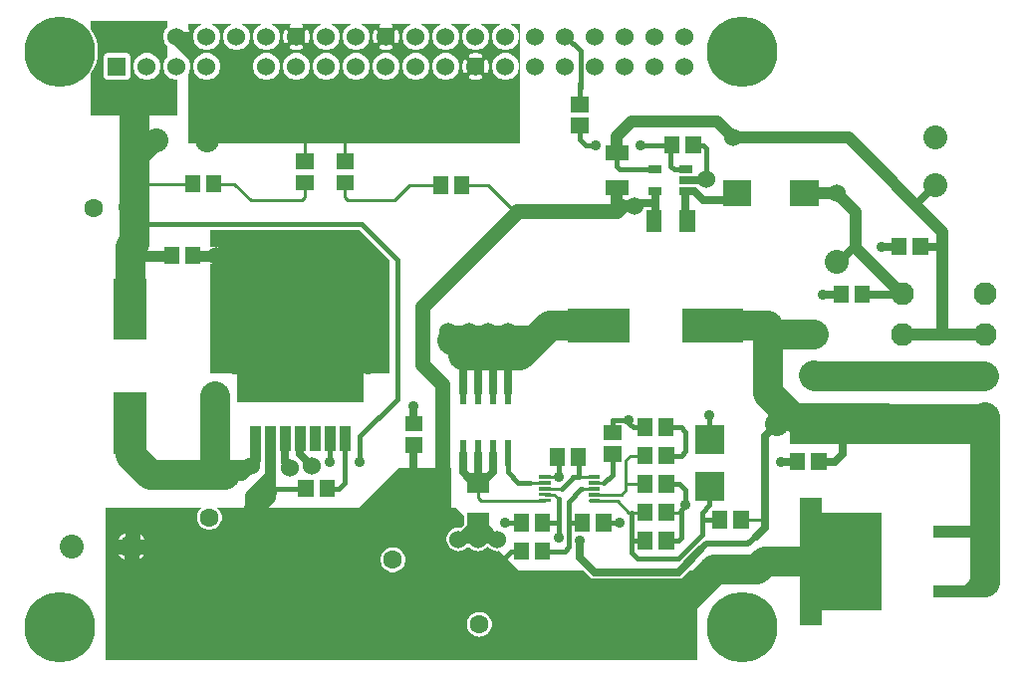
<source format=gbr>
G04 start of page 2 for group 0 idx 0 *
G04 Title: RspPiPS, top *
G04 Creator: pcb 4.2.0 *
G04 CreationDate: Mon Jan 27 09:10:50 2020 UTC *
G04 For: brian *
G04 Format: Gerber/RS-274X *
G04 PCB-Dimensions (mil): 10000.00 10000.00 *
G04 PCB-Coordinate-Origin: lower left *
%MOIN*%
%FSLAX25Y25*%
%LNTOP*%
%ADD30C,0.0380*%
%ADD29C,0.0354*%
%ADD28C,0.0453*%
%ADD27C,0.1063*%
%ADD26C,0.0350*%
%ADD25C,0.0120*%
%ADD24C,0.0600*%
%ADD23C,0.0630*%
%ADD22C,0.0800*%
%ADD21C,0.0768*%
%ADD20C,0.2362*%
%ADD19C,0.0200*%
%ADD18C,0.0360*%
%ADD17C,0.0150*%
%ADD16C,0.0100*%
%ADD15C,0.0500*%
%ADD14C,0.0250*%
%ADD13C,0.1000*%
%ADD12C,0.0400*%
%ADD11C,0.0001*%
G54D11*G36*
X184693Y772000D02*X191500D01*
Y769982D01*
X191048Y769453D01*
X190678Y768849D01*
X190407Y768195D01*
X190242Y767506D01*
X190186Y766800D01*
X190242Y766094D01*
X190407Y765405D01*
X190678Y764751D01*
X191048Y764147D01*
X191500Y763618D01*
Y759982D01*
X191048Y759453D01*
X190678Y758849D01*
X190407Y758195D01*
X190242Y757506D01*
X190186Y756800D01*
X190242Y756094D01*
X190407Y755405D01*
X190678Y754751D01*
X191048Y754147D01*
X191508Y753608D01*
X192047Y753148D01*
X192651Y752778D01*
X193305Y752507D01*
X193994Y752342D01*
X194700Y752286D01*
X194713Y752287D01*
X195000Y752000D01*
Y740500D01*
X184693D01*
Y752287D01*
X184700Y752286D01*
X185406Y752342D01*
X186095Y752507D01*
X186749Y752778D01*
X187353Y753148D01*
X187892Y753608D01*
X188352Y754147D01*
X188722Y754751D01*
X188993Y755405D01*
X189158Y756094D01*
X189200Y756800D01*
X189158Y757506D01*
X188993Y758195D01*
X188722Y758849D01*
X188352Y759453D01*
X187892Y759992D01*
X187353Y760452D01*
X186749Y760822D01*
X186095Y761093D01*
X185406Y761258D01*
X184700Y761314D01*
X184693Y761313D01*
Y772000D01*
G37*
G36*
X174700D02*X184693D01*
Y761313D01*
X183994Y761258D01*
X183305Y761093D01*
X182651Y760822D01*
X182047Y760452D01*
X181508Y759992D01*
X181048Y759453D01*
X180678Y758849D01*
X180407Y758195D01*
X180242Y757506D01*
X180186Y756800D01*
X180242Y756094D01*
X180407Y755405D01*
X180678Y754751D01*
X181048Y754147D01*
X181508Y753608D01*
X182047Y753148D01*
X182651Y752778D01*
X183305Y752507D01*
X183994Y752342D01*
X184693Y752287D01*
Y740500D01*
X174700D01*
Y752307D01*
X177935Y752314D01*
X178165Y752369D01*
X178383Y752459D01*
X178584Y752583D01*
X178764Y752736D01*
X178917Y752916D01*
X179041Y753117D01*
X179131Y753335D01*
X179186Y753565D01*
X179200Y753800D01*
X179186Y760035D01*
X179131Y760265D01*
X179041Y760483D01*
X178917Y760684D01*
X178764Y760864D01*
X178584Y761017D01*
X178383Y761141D01*
X178165Y761231D01*
X177935Y761286D01*
X177700Y761300D01*
X174700Y761293D01*
Y772000D01*
G37*
G36*
X166000D02*X174700D01*
Y761293D01*
X171465Y761286D01*
X171235Y761231D01*
X171017Y761141D01*
X170816Y761017D01*
X170636Y760864D01*
X170483Y760684D01*
X170359Y760483D01*
X170269Y760265D01*
X170214Y760035D01*
X170200Y759800D01*
X170214Y753565D01*
X170269Y753335D01*
X170359Y753117D01*
X170483Y752916D01*
X170636Y752736D01*
X170816Y752583D01*
X171017Y752459D01*
X171235Y752369D01*
X171465Y752314D01*
X171700Y752300D01*
X174700Y752307D01*
Y740500D01*
X166000D01*
Y754408D01*
X166962Y755977D01*
X167733Y757840D01*
X168204Y759801D01*
X168323Y761811D01*
X168204Y763821D01*
X167733Y765782D01*
X166962Y767645D01*
X166000Y769214D01*
Y772000D01*
G37*
G36*
X295942Y594522D02*X296128Y594537D01*
X296740Y594684D01*
X297322Y594925D01*
X297858Y595254D01*
X298337Y595663D01*
X298746Y596142D01*
X298750Y596148D01*
X298754Y596142D01*
X299163Y595663D01*
X299642Y595254D01*
X300178Y594925D01*
X300760Y594684D01*
X301372Y594537D01*
X302000Y594488D01*
X302475Y594525D01*
X309000Y588000D01*
X330818D01*
X332847Y585971D01*
X332904Y585904D01*
X333173Y585674D01*
X333173Y585674D01*
X333361Y585559D01*
X333475Y585489D01*
X333803Y585354D01*
X334147Y585271D01*
X334147D01*
X334500Y585243D01*
X334588Y585250D01*
X362412D01*
X362500Y585243D01*
X362853Y585271D01*
X362853Y585271D01*
X363197Y585354D01*
X363525Y585489D01*
X363827Y585674D01*
X364096Y585904D01*
X364153Y585971D01*
X366182Y588000D01*
X368521D01*
X368556Y587558D01*
X368776Y586640D01*
X369000Y586100D01*
Y558000D01*
X295942D01*
Y565826D01*
X295949Y565826D01*
X296600Y565877D01*
X297235Y566030D01*
X297839Y566279D01*
X298395Y566621D01*
X298892Y567045D01*
X299316Y567542D01*
X299658Y568098D01*
X299908Y568702D01*
X300060Y569337D01*
X300098Y569988D01*
X300060Y570639D01*
X299908Y571274D01*
X299658Y571878D01*
X299316Y572435D01*
X298892Y572931D01*
X298395Y573356D01*
X297839Y573697D01*
X297235Y573947D01*
X296600Y574099D01*
X295949Y574151D01*
X295942Y574150D01*
Y594522D01*
G37*
G36*
X266994Y609000D02*X288000D01*
X290774Y606226D01*
X290779Y603461D01*
X289751Y602433D01*
X289628Y602463D01*
X289000Y602512D01*
X288372Y602463D01*
X287760Y602316D01*
X287178Y602075D01*
X286642Y601746D01*
X286163Y601337D01*
X285754Y600858D01*
X285425Y600322D01*
X285184Y599740D01*
X285037Y599128D01*
X284988Y598500D01*
X285037Y597872D01*
X285184Y597260D01*
X285425Y596678D01*
X285754Y596142D01*
X286163Y595663D01*
X286642Y595254D01*
X287178Y594925D01*
X287760Y594684D01*
X288372Y594537D01*
X289000Y594488D01*
X289628Y594537D01*
X290240Y594684D01*
X290822Y594925D01*
X291358Y595254D01*
X291837Y595663D01*
X292246Y596142D01*
X292250Y596148D01*
X292254Y596142D01*
X292663Y595663D01*
X293142Y595254D01*
X293678Y594925D01*
X294260Y594684D01*
X294872Y594537D01*
X295500Y594488D01*
X295942Y594522D01*
Y574150D01*
X295298Y574099D01*
X294663Y573947D01*
X294059Y573697D01*
X293502Y573356D01*
X293006Y572931D01*
X292581Y572435D01*
X292240Y571878D01*
X291990Y571274D01*
X291838Y570639D01*
X291786Y569988D01*
X291838Y569337D01*
X291990Y568702D01*
X292240Y568098D01*
X292581Y567542D01*
X293006Y567045D01*
X293502Y566621D01*
X294059Y566279D01*
X294663Y566030D01*
X295298Y565877D01*
X295942Y565826D01*
Y558000D01*
X266994D01*
Y587448D01*
X267000Y587448D01*
X267651Y587499D01*
X268286Y587652D01*
X268890Y587902D01*
X269447Y588243D01*
X269943Y588667D01*
X270367Y589164D01*
X270709Y589721D01*
X270959Y590324D01*
X271111Y590959D01*
X271150Y591610D01*
X271111Y592261D01*
X270959Y592896D01*
X270709Y593500D01*
X270367Y594057D01*
X269943Y594554D01*
X269447Y594978D01*
X268890Y595319D01*
X268286Y595569D01*
X267651Y595721D01*
X267000Y595773D01*
X266994Y595772D01*
Y609000D01*
G37*
G36*
X179492D02*X203004D01*
X202702Y608742D01*
X202278Y608246D01*
X201937Y607689D01*
X201687Y607085D01*
X201535Y606450D01*
X201483Y605799D01*
X201535Y605148D01*
X201687Y604513D01*
X201937Y603910D01*
X202278Y603353D01*
X202702Y602856D01*
X203199Y602432D01*
X203756Y602090D01*
X204359Y601841D01*
X204995Y601688D01*
X205646Y601637D01*
X206297Y601688D01*
X206932Y601841D01*
X207535Y602090D01*
X208092Y602432D01*
X208589Y602856D01*
X209013Y603353D01*
X209354Y603910D01*
X209604Y604513D01*
X209757Y605148D01*
X209795Y605799D01*
X209757Y606450D01*
X209604Y607085D01*
X209354Y607689D01*
X209013Y608246D01*
X208589Y608742D01*
X208287Y609000D01*
X266994D01*
Y595772D01*
X266349Y595721D01*
X265714Y595569D01*
X265110Y595319D01*
X264553Y594978D01*
X264057Y594554D01*
X263633Y594057D01*
X263291Y593500D01*
X263041Y592896D01*
X262889Y592261D01*
X262838Y591610D01*
X262889Y590959D01*
X263041Y590324D01*
X263291Y589721D01*
X263633Y589164D01*
X264057Y588667D01*
X264553Y588243D01*
X265110Y587902D01*
X265714Y587652D01*
X266349Y587499D01*
X266994Y587448D01*
Y558000D01*
X179492D01*
Y590985D01*
X179500Y590985D01*
X180285Y591046D01*
X181050Y591230D01*
X181777Y591531D01*
X182448Y591942D01*
X183046Y592454D01*
X183558Y593052D01*
X183969Y593723D01*
X184270Y594450D01*
X184454Y595215D01*
X184500Y596000D01*
X184454Y596785D01*
X184270Y597550D01*
X183969Y598277D01*
X183558Y598948D01*
X183046Y599546D01*
X182448Y600058D01*
X181777Y600469D01*
X181050Y600770D01*
X180285Y600954D01*
X179500Y601015D01*
X179492Y601015D01*
Y609000D01*
G37*
G36*
X171000Y558000D02*Y609000D01*
X179492D01*
Y601015D01*
X178715Y600954D01*
X177950Y600770D01*
X177223Y600469D01*
X176552Y600058D01*
X175954Y599546D01*
X175442Y598948D01*
X175031Y598277D01*
X174730Y597550D01*
X174546Y596785D01*
X174485Y596000D01*
X174546Y595215D01*
X174730Y594450D01*
X175031Y593723D01*
X175442Y593052D01*
X175954Y592454D01*
X176552Y591942D01*
X177223Y591531D01*
X177950Y591230D01*
X178715Y591046D01*
X179492Y590985D01*
Y558000D01*
X171000D01*
G37*
G36*
X206000Y702000D02*X256025D01*
X266000Y692025D01*
Y654000D01*
X258248D01*
X258241Y685657D01*
X258204Y685810D01*
X258144Y685955D01*
X258062Y686089D01*
X257959Y686209D01*
X257840Y686311D01*
X257705Y686394D01*
X257560Y686454D01*
X257407Y686491D01*
X257250Y686500D01*
X214593Y686491D01*
X214440Y686454D01*
X214295Y686394D01*
X214160Y686311D01*
X214041Y686209D01*
X213938Y686089D01*
X213856Y685955D01*
X213796Y685810D01*
X213759Y685657D01*
X213750Y685500D01*
X213757Y654000D01*
X206000D01*
Y690700D01*
X208000D01*
X208439Y690726D01*
X208868Y690829D01*
X209275Y690997D01*
X209651Y691228D01*
X209986Y691514D01*
X210272Y691849D01*
X210503Y692225D01*
X210671Y692632D01*
X210774Y693061D01*
X210809Y693500D01*
X210774Y693939D01*
X210671Y694368D01*
X210503Y694775D01*
X210272Y695151D01*
X209986Y695486D01*
X209651Y695772D01*
X209275Y696003D01*
X208868Y696171D01*
X208439Y696274D01*
X208000Y696300D01*
X206000D01*
Y702000D01*
G37*
G36*
X304693Y762287D02*X304700Y762286D01*
X305406Y762342D01*
X306095Y762507D01*
X306749Y762778D01*
X307353Y763148D01*
X307892Y763608D01*
X308352Y764147D01*
X308722Y764751D01*
X308993Y765405D01*
X309158Y766094D01*
X309200Y766800D01*
X309158Y767506D01*
X308993Y768195D01*
X308722Y768849D01*
X308352Y769453D01*
X307892Y769992D01*
X307353Y770452D01*
X306749Y770822D01*
X306319Y771000D01*
X309500D01*
Y731000D01*
X304693D01*
Y752287D01*
X304700Y752286D01*
X305406Y752342D01*
X306095Y752507D01*
X306749Y752778D01*
X307353Y753148D01*
X307892Y753608D01*
X308352Y754147D01*
X308722Y754751D01*
X308993Y755405D01*
X309158Y756094D01*
X309200Y756800D01*
X309158Y757506D01*
X308993Y758195D01*
X308722Y758849D01*
X308352Y759453D01*
X307892Y759992D01*
X307353Y760452D01*
X306749Y760822D01*
X306095Y761093D01*
X305406Y761258D01*
X304700Y761314D01*
X304693Y761313D01*
Y762287D01*
G37*
G36*
X298313Y764102D02*X298352Y764147D01*
X298722Y764751D01*
X298993Y765405D01*
X299158Y766094D01*
X299200Y766800D01*
X299158Y767506D01*
X298993Y768195D01*
X298722Y768849D01*
X298352Y769453D01*
X298313Y769498D01*
Y771000D01*
X303081D01*
X302651Y770822D01*
X302047Y770452D01*
X301508Y769992D01*
X301048Y769453D01*
X300678Y768849D01*
X300407Y768195D01*
X300242Y767506D01*
X300186Y766800D01*
X300242Y766094D01*
X300407Y765405D01*
X300678Y764751D01*
X301048Y764147D01*
X301508Y763608D01*
X302047Y763148D01*
X302651Y762778D01*
X303305Y762507D01*
X303994Y762342D01*
X304693Y762287D01*
Y761313D01*
X303994Y761258D01*
X303305Y761093D01*
X302651Y760822D01*
X302047Y760452D01*
X301508Y759992D01*
X301048Y759453D01*
X300678Y758849D01*
X300407Y758195D01*
X300242Y757506D01*
X300186Y756800D01*
X300242Y756094D01*
X300407Y755405D01*
X300678Y754751D01*
X301048Y754147D01*
X301508Y753608D01*
X302047Y753148D01*
X302651Y752778D01*
X303305Y752507D01*
X303994Y752342D01*
X304693Y752287D01*
Y731000D01*
X298313D01*
Y754653D01*
X298356Y754660D01*
X298468Y754697D01*
X298573Y754752D01*
X298668Y754822D01*
X298751Y754906D01*
X298819Y755002D01*
X298870Y755108D01*
X299018Y755516D01*
X299122Y755937D01*
X299184Y756367D01*
X299205Y756800D01*
X299184Y757233D01*
X299122Y757663D01*
X299018Y758084D01*
X298875Y758494D01*
X298822Y758600D01*
X298753Y758696D01*
X298670Y758781D01*
X298575Y758851D01*
X298469Y758906D01*
X298357Y758943D01*
X298313Y758951D01*
Y764102D01*
G37*
G36*
Y769498D02*X297892Y769992D01*
X297353Y770452D01*
X296749Y770822D01*
X296319Y771000D01*
X298313D01*
Y769498D01*
G37*
G36*
X294702Y762286D02*X295406Y762342D01*
X296095Y762507D01*
X296749Y762778D01*
X297353Y763148D01*
X297892Y763608D01*
X298313Y764102D01*
Y758951D01*
X298240Y758963D01*
X298121Y758964D01*
X298004Y758946D01*
X297891Y758910D01*
X297785Y758857D01*
X297688Y758788D01*
X297604Y758705D01*
X297533Y758609D01*
X297479Y758504D01*
X297441Y758392D01*
X297422Y758275D01*
X297421Y758156D01*
X297439Y758039D01*
X297477Y757926D01*
X297576Y757655D01*
X297644Y757375D01*
X297686Y757089D01*
X297700Y756800D01*
X297686Y756511D01*
X297644Y756225D01*
X297576Y755945D01*
X297480Y755672D01*
X297442Y755561D01*
X297425Y755444D01*
X297425Y755326D01*
X297445Y755209D01*
X297482Y755097D01*
X297536Y754993D01*
X297606Y754898D01*
X297691Y754815D01*
X297787Y754746D01*
X297892Y754693D01*
X298005Y754657D01*
X298121Y754640D01*
X298239Y754641D01*
X298313Y754653D01*
Y731000D01*
X294702D01*
Y752295D01*
X295133Y752316D01*
X295563Y752378D01*
X295984Y752482D01*
X296394Y752625D01*
X296500Y752678D01*
X296596Y752747D01*
X296681Y752830D01*
X296751Y752925D01*
X296806Y753031D01*
X296843Y753143D01*
X296863Y753260D01*
X296864Y753379D01*
X296846Y753496D01*
X296810Y753609D01*
X296757Y753715D01*
X296688Y753812D01*
X296605Y753896D01*
X296509Y753967D01*
X296404Y754021D01*
X296292Y754059D01*
X296175Y754078D01*
X296056Y754079D01*
X295939Y754061D01*
X295826Y754023D01*
X295555Y753924D01*
X295275Y753856D01*
X294989Y753814D01*
X294702Y753800D01*
Y759800D01*
X294989Y759786D01*
X295275Y759744D01*
X295555Y759676D01*
X295828Y759580D01*
X295939Y759542D01*
X296056Y759525D01*
X296174Y759525D01*
X296291Y759545D01*
X296403Y759582D01*
X296507Y759636D01*
X296602Y759706D01*
X296685Y759791D01*
X296754Y759887D01*
X296807Y759992D01*
X296843Y760105D01*
X296860Y760221D01*
X296859Y760339D01*
X296840Y760456D01*
X296803Y760568D01*
X296748Y760673D01*
X296678Y760768D01*
X296594Y760851D01*
X296498Y760919D01*
X296392Y760970D01*
X295984Y761118D01*
X295563Y761222D01*
X295133Y761284D01*
X294702Y761305D01*
Y762286D01*
G37*
G36*
X291087Y764102D02*X291508Y763608D01*
X292047Y763148D01*
X292651Y762778D01*
X293305Y762507D01*
X293994Y762342D01*
X294700Y762286D01*
X294702Y762286D01*
Y761305D01*
X294700Y761305D01*
X294267Y761284D01*
X293837Y761222D01*
X293416Y761118D01*
X293006Y760975D01*
X292900Y760922D01*
X292804Y760853D01*
X292719Y760770D01*
X292649Y760675D01*
X292594Y760569D01*
X292557Y760457D01*
X292537Y760340D01*
X292536Y760221D01*
X292554Y760104D01*
X292590Y759991D01*
X292643Y759885D01*
X292712Y759788D01*
X292795Y759704D01*
X292891Y759633D01*
X292996Y759579D01*
X293108Y759541D01*
X293225Y759522D01*
X293344Y759521D01*
X293461Y759539D01*
X293574Y759577D01*
X293845Y759676D01*
X294125Y759744D01*
X294411Y759786D01*
X294700Y759800D01*
X294702Y759800D01*
Y753800D01*
X294700Y753800D01*
X294411Y753814D01*
X294125Y753856D01*
X293845Y753924D01*
X293572Y754020D01*
X293461Y754058D01*
X293344Y754075D01*
X293226Y754075D01*
X293109Y754055D01*
X292997Y754018D01*
X292893Y753964D01*
X292798Y753894D01*
X292715Y753809D01*
X292646Y753713D01*
X292593Y753608D01*
X292557Y753495D01*
X292540Y753379D01*
X292541Y753261D01*
X292560Y753144D01*
X292597Y753032D01*
X292652Y752927D01*
X292722Y752832D01*
X292806Y752749D01*
X292902Y752681D01*
X293008Y752630D01*
X293416Y752482D01*
X293837Y752378D01*
X294267Y752316D01*
X294700Y752295D01*
X294702Y752295D01*
Y731000D01*
X291087D01*
Y754649D01*
X291160Y754637D01*
X291279Y754636D01*
X291396Y754654D01*
X291509Y754690D01*
X291615Y754743D01*
X291712Y754812D01*
X291796Y754895D01*
X291867Y754991D01*
X291921Y755096D01*
X291959Y755208D01*
X291978Y755325D01*
X291979Y755444D01*
X291961Y755561D01*
X291923Y755674D01*
X291824Y755945D01*
X291756Y756225D01*
X291714Y756511D01*
X291700Y756800D01*
X291714Y757089D01*
X291756Y757375D01*
X291824Y757655D01*
X291920Y757928D01*
X291958Y758039D01*
X291975Y758156D01*
X291975Y758274D01*
X291955Y758391D01*
X291918Y758503D01*
X291864Y758607D01*
X291794Y758702D01*
X291709Y758785D01*
X291613Y758854D01*
X291508Y758907D01*
X291395Y758943D01*
X291279Y758960D01*
X291161Y758959D01*
X291087Y758947D01*
Y764102D01*
G37*
G36*
Y771000D02*X293081D01*
X292651Y770822D01*
X292047Y770452D01*
X291508Y769992D01*
X291087Y769498D01*
Y771000D01*
G37*
G36*
X284693Y762287D02*X284700Y762286D01*
X285406Y762342D01*
X286095Y762507D01*
X286749Y762778D01*
X287353Y763148D01*
X287892Y763608D01*
X288352Y764147D01*
X288722Y764751D01*
X288993Y765405D01*
X289158Y766094D01*
X289200Y766800D01*
X289158Y767506D01*
X288993Y768195D01*
X288722Y768849D01*
X288352Y769453D01*
X287892Y769992D01*
X287353Y770452D01*
X286749Y770822D01*
X286319Y771000D01*
X291087D01*
Y769498D01*
X291048Y769453D01*
X290678Y768849D01*
X290407Y768195D01*
X290242Y767506D01*
X290186Y766800D01*
X290242Y766094D01*
X290407Y765405D01*
X290678Y764751D01*
X291048Y764147D01*
X291087Y764102D01*
Y758947D01*
X291044Y758940D01*
X290932Y758903D01*
X290827Y758848D01*
X290732Y758778D01*
X290649Y758694D01*
X290581Y758598D01*
X290530Y758492D01*
X290382Y758084D01*
X290278Y757663D01*
X290216Y757233D01*
X290195Y756800D01*
X290216Y756367D01*
X290278Y755937D01*
X290382Y755516D01*
X290525Y755106D01*
X290578Y755000D01*
X290647Y754904D01*
X290730Y754819D01*
X290825Y754749D01*
X290931Y754694D01*
X291043Y754657D01*
X291087Y754649D01*
Y731000D01*
X284693D01*
Y752287D01*
X284700Y752286D01*
X285406Y752342D01*
X286095Y752507D01*
X286749Y752778D01*
X287353Y753148D01*
X287892Y753608D01*
X288352Y754147D01*
X288722Y754751D01*
X288993Y755405D01*
X289158Y756094D01*
X289200Y756800D01*
X289158Y757506D01*
X288993Y758195D01*
X288722Y758849D01*
X288352Y759453D01*
X287892Y759992D01*
X287353Y760452D01*
X286749Y760822D01*
X286095Y761093D01*
X285406Y761258D01*
X284700Y761314D01*
X284693Y761313D01*
Y762287D01*
G37*
G36*
X274693D02*X274700Y762286D01*
X275406Y762342D01*
X276095Y762507D01*
X276749Y762778D01*
X277353Y763148D01*
X277892Y763608D01*
X278352Y764147D01*
X278722Y764751D01*
X278993Y765405D01*
X279158Y766094D01*
X279200Y766800D01*
X279158Y767506D01*
X278993Y768195D01*
X278722Y768849D01*
X278352Y769453D01*
X277892Y769992D01*
X277353Y770452D01*
X276749Y770822D01*
X276319Y771000D01*
X283081D01*
X282651Y770822D01*
X282047Y770452D01*
X281508Y769992D01*
X281048Y769453D01*
X280678Y768849D01*
X280407Y768195D01*
X280242Y767506D01*
X280186Y766800D01*
X280242Y766094D01*
X280407Y765405D01*
X280678Y764751D01*
X281048Y764147D01*
X281508Y763608D01*
X282047Y763148D01*
X282651Y762778D01*
X283305Y762507D01*
X283994Y762342D01*
X284693Y762287D01*
Y761313D01*
X283994Y761258D01*
X283305Y761093D01*
X282651Y760822D01*
X282047Y760452D01*
X281508Y759992D01*
X281048Y759453D01*
X280678Y758849D01*
X280407Y758195D01*
X280242Y757506D01*
X280186Y756800D01*
X280242Y756094D01*
X280407Y755405D01*
X280678Y754751D01*
X281048Y754147D01*
X281508Y753608D01*
X282047Y753148D01*
X282651Y752778D01*
X283305Y752507D01*
X283994Y752342D01*
X284693Y752287D01*
Y731000D01*
X274693D01*
Y752287D01*
X274700Y752286D01*
X275406Y752342D01*
X276095Y752507D01*
X276749Y752778D01*
X277353Y753148D01*
X277892Y753608D01*
X278352Y754147D01*
X278722Y754751D01*
X278993Y755405D01*
X279158Y756094D01*
X279200Y756800D01*
X279158Y757506D01*
X278993Y758195D01*
X278722Y758849D01*
X278352Y759453D01*
X277892Y759992D01*
X277353Y760452D01*
X276749Y760822D01*
X276095Y761093D01*
X275406Y761258D01*
X274700Y761314D01*
X274693Y761313D01*
Y762287D01*
G37*
G36*
X268313Y771000D02*X273081D01*
X272651Y770822D01*
X272047Y770452D01*
X271508Y769992D01*
X271048Y769453D01*
X270678Y768849D01*
X270407Y768195D01*
X270242Y767506D01*
X270186Y766800D01*
X270242Y766094D01*
X270407Y765405D01*
X270678Y764751D01*
X271048Y764147D01*
X271508Y763608D01*
X272047Y763148D01*
X272651Y762778D01*
X273305Y762507D01*
X273994Y762342D01*
X274693Y762287D01*
Y761313D01*
X273994Y761258D01*
X273305Y761093D01*
X272651Y760822D01*
X272047Y760452D01*
X271508Y759992D01*
X271048Y759453D01*
X270678Y758849D01*
X270407Y758195D01*
X270242Y757506D01*
X270186Y756800D01*
X270242Y756094D01*
X270407Y755405D01*
X270678Y754751D01*
X271048Y754147D01*
X271508Y753608D01*
X272047Y753148D01*
X272651Y752778D01*
X273305Y752507D01*
X273994Y752342D01*
X274693Y752287D01*
Y731000D01*
X268313D01*
Y754102D01*
X268352Y754147D01*
X268722Y754751D01*
X268993Y755405D01*
X269158Y756094D01*
X269200Y756800D01*
X269158Y757506D01*
X268993Y758195D01*
X268722Y758849D01*
X268352Y759453D01*
X268313Y759498D01*
Y764653D01*
X268356Y764660D01*
X268468Y764697D01*
X268573Y764752D01*
X268668Y764822D01*
X268751Y764906D01*
X268819Y765002D01*
X268870Y765108D01*
X269018Y765516D01*
X269122Y765937D01*
X269184Y766367D01*
X269205Y766800D01*
X269184Y767233D01*
X269122Y767663D01*
X269018Y768084D01*
X268875Y768494D01*
X268822Y768600D01*
X268753Y768696D01*
X268670Y768781D01*
X268575Y768851D01*
X268469Y768906D01*
X268357Y768943D01*
X268313Y768951D01*
Y771000D01*
G37*
G36*
Y731000D02*X264693D01*
Y752287D01*
X264700Y752286D01*
X265406Y752342D01*
X266095Y752507D01*
X266749Y752778D01*
X267353Y753148D01*
X267892Y753608D01*
X268313Y754102D01*
Y731000D01*
G37*
G36*
X264693Y769800D02*X264700Y769800D01*
X264989Y769786D01*
X265275Y769744D01*
X265555Y769676D01*
X265828Y769580D01*
X265939Y769542D01*
X266056Y769525D01*
X266174Y769525D01*
X266291Y769545D01*
X266403Y769582D01*
X266507Y769636D01*
X266602Y769706D01*
X266685Y769791D01*
X266754Y769887D01*
X266807Y769992D01*
X266843Y770105D01*
X266860Y770221D01*
X266859Y770339D01*
X266840Y770456D01*
X266803Y770568D01*
X266748Y770673D01*
X266678Y770768D01*
X266594Y770851D01*
X266498Y770919D01*
X266392Y770970D01*
X266309Y771000D01*
X268313D01*
Y768951D01*
X268240Y768963D01*
X268121Y768964D01*
X268004Y768946D01*
X267891Y768910D01*
X267785Y768857D01*
X267688Y768788D01*
X267604Y768705D01*
X267533Y768609D01*
X267479Y768504D01*
X267441Y768392D01*
X267422Y768275D01*
X267421Y768156D01*
X267439Y768039D01*
X267477Y767926D01*
X267576Y767655D01*
X267644Y767375D01*
X267686Y767089D01*
X267700Y766800D01*
X267686Y766511D01*
X267644Y766225D01*
X267576Y765945D01*
X267480Y765672D01*
X267442Y765561D01*
X267425Y765444D01*
X267425Y765326D01*
X267445Y765209D01*
X267482Y765097D01*
X267536Y764993D01*
X267606Y764898D01*
X267691Y764815D01*
X267787Y764746D01*
X267892Y764693D01*
X268005Y764657D01*
X268121Y764640D01*
X268239Y764641D01*
X268313Y764653D01*
Y759498D01*
X267892Y759992D01*
X267353Y760452D01*
X266749Y760822D01*
X266095Y761093D01*
X265406Y761258D01*
X264700Y761314D01*
X264693Y761313D01*
Y762295D01*
X264700Y762295D01*
X265133Y762316D01*
X265563Y762378D01*
X265984Y762482D01*
X266394Y762625D01*
X266500Y762678D01*
X266596Y762747D01*
X266681Y762830D01*
X266751Y762925D01*
X266806Y763031D01*
X266843Y763143D01*
X266863Y763260D01*
X266864Y763379D01*
X266846Y763496D01*
X266810Y763609D01*
X266757Y763715D01*
X266688Y763812D01*
X266605Y763896D01*
X266509Y763967D01*
X266404Y764021D01*
X266292Y764059D01*
X266175Y764078D01*
X266056Y764079D01*
X265939Y764061D01*
X265826Y764023D01*
X265555Y763924D01*
X265275Y763856D01*
X264989Y763814D01*
X264700Y763800D01*
X264693Y763800D01*
Y769800D01*
G37*
G36*
X261087Y754102D02*X261508Y753608D01*
X262047Y753148D01*
X262651Y752778D01*
X263305Y752507D01*
X263994Y752342D01*
X264693Y752287D01*
Y731000D01*
X261087D01*
Y754102D01*
G37*
G36*
Y771000D02*X263078D01*
X263006Y770975D01*
X262900Y770922D01*
X262804Y770853D01*
X262719Y770770D01*
X262649Y770675D01*
X262594Y770569D01*
X262557Y770457D01*
X262537Y770340D01*
X262536Y770221D01*
X262554Y770104D01*
X262590Y769991D01*
X262643Y769885D01*
X262712Y769788D01*
X262795Y769704D01*
X262891Y769633D01*
X262996Y769579D01*
X263108Y769541D01*
X263225Y769522D01*
X263344Y769521D01*
X263461Y769539D01*
X263574Y769577D01*
X263845Y769676D01*
X264125Y769744D01*
X264411Y769786D01*
X264693Y769800D01*
Y763800D01*
X264411Y763814D01*
X264125Y763856D01*
X263845Y763924D01*
X263572Y764020D01*
X263461Y764058D01*
X263344Y764075D01*
X263226Y764075D01*
X263109Y764055D01*
X262997Y764018D01*
X262893Y763964D01*
X262798Y763894D01*
X262715Y763809D01*
X262646Y763713D01*
X262593Y763608D01*
X262557Y763495D01*
X262540Y763379D01*
X262541Y763261D01*
X262560Y763144D01*
X262597Y763032D01*
X262652Y762927D01*
X262722Y762832D01*
X262806Y762749D01*
X262902Y762681D01*
X263008Y762630D01*
X263416Y762482D01*
X263837Y762378D01*
X264267Y762316D01*
X264693Y762295D01*
Y761313D01*
X263994Y761258D01*
X263305Y761093D01*
X262651Y760822D01*
X262047Y760452D01*
X261508Y759992D01*
X261087Y759498D01*
Y764649D01*
X261160Y764637D01*
X261279Y764636D01*
X261396Y764654D01*
X261509Y764690D01*
X261615Y764743D01*
X261712Y764812D01*
X261796Y764895D01*
X261867Y764991D01*
X261921Y765096D01*
X261959Y765208D01*
X261978Y765325D01*
X261979Y765444D01*
X261961Y765561D01*
X261923Y765674D01*
X261824Y765945D01*
X261756Y766225D01*
X261714Y766511D01*
X261700Y766800D01*
X261714Y767089D01*
X261756Y767375D01*
X261824Y767655D01*
X261920Y767928D01*
X261958Y768039D01*
X261975Y768156D01*
X261975Y768274D01*
X261955Y768391D01*
X261918Y768503D01*
X261864Y768607D01*
X261794Y768702D01*
X261709Y768785D01*
X261613Y768854D01*
X261508Y768907D01*
X261395Y768943D01*
X261279Y768960D01*
X261161Y768959D01*
X261087Y768947D01*
Y771000D01*
G37*
G36*
X254693Y762287D02*X254700Y762286D01*
X255406Y762342D01*
X256095Y762507D01*
X256749Y762778D01*
X257353Y763148D01*
X257892Y763608D01*
X258352Y764147D01*
X258722Y764751D01*
X258993Y765405D01*
X259158Y766094D01*
X259200Y766800D01*
X259158Y767506D01*
X258993Y768195D01*
X258722Y768849D01*
X258352Y769453D01*
X257892Y769992D01*
X257353Y770452D01*
X256749Y770822D01*
X256319Y771000D01*
X261087D01*
Y768947D01*
X261044Y768940D01*
X260932Y768903D01*
X260827Y768848D01*
X260732Y768778D01*
X260649Y768694D01*
X260581Y768598D01*
X260530Y768492D01*
X260382Y768084D01*
X260278Y767663D01*
X260216Y767233D01*
X260195Y766800D01*
X260216Y766367D01*
X260278Y765937D01*
X260382Y765516D01*
X260525Y765106D01*
X260578Y765000D01*
X260647Y764904D01*
X260730Y764819D01*
X260825Y764749D01*
X260931Y764694D01*
X261043Y764657D01*
X261087Y764649D01*
Y759498D01*
X261048Y759453D01*
X260678Y758849D01*
X260407Y758195D01*
X260242Y757506D01*
X260186Y756800D01*
X260242Y756094D01*
X260407Y755405D01*
X260678Y754751D01*
X261048Y754147D01*
X261087Y754102D01*
Y731000D01*
X254693D01*
Y752287D01*
X254700Y752286D01*
X255406Y752342D01*
X256095Y752507D01*
X256749Y752778D01*
X257353Y753148D01*
X257892Y753608D01*
X258352Y754147D01*
X258722Y754751D01*
X258993Y755405D01*
X259158Y756094D01*
X259200Y756800D01*
X259158Y757506D01*
X258993Y758195D01*
X258722Y758849D01*
X258352Y759453D01*
X257892Y759992D01*
X257353Y760452D01*
X256749Y760822D01*
X256095Y761093D01*
X255406Y761258D01*
X254700Y761314D01*
X254693Y761313D01*
Y762287D01*
G37*
G36*
X244693D02*X244700Y762286D01*
X245406Y762342D01*
X246095Y762507D01*
X246749Y762778D01*
X247353Y763148D01*
X247892Y763608D01*
X248352Y764147D01*
X248722Y764751D01*
X248993Y765405D01*
X249158Y766094D01*
X249200Y766800D01*
X249158Y767506D01*
X248993Y768195D01*
X248722Y768849D01*
X248352Y769453D01*
X247892Y769992D01*
X247353Y770452D01*
X246749Y770822D01*
X246319Y771000D01*
X253081D01*
X252651Y770822D01*
X252047Y770452D01*
X251508Y769992D01*
X251048Y769453D01*
X250678Y768849D01*
X250407Y768195D01*
X250242Y767506D01*
X250186Y766800D01*
X250242Y766094D01*
X250407Y765405D01*
X250678Y764751D01*
X251048Y764147D01*
X251508Y763608D01*
X252047Y763148D01*
X252651Y762778D01*
X253305Y762507D01*
X253994Y762342D01*
X254693Y762287D01*
Y761313D01*
X253994Y761258D01*
X253305Y761093D01*
X252651Y760822D01*
X252047Y760452D01*
X251508Y759992D01*
X251048Y759453D01*
X250678Y758849D01*
X250407Y758195D01*
X250242Y757506D01*
X250186Y756800D01*
X250242Y756094D01*
X250407Y755405D01*
X250678Y754751D01*
X251048Y754147D01*
X251508Y753608D01*
X252047Y753148D01*
X252651Y752778D01*
X253305Y752507D01*
X253994Y752342D01*
X254693Y752287D01*
Y731000D01*
X244693D01*
Y752287D01*
X244700Y752286D01*
X245406Y752342D01*
X246095Y752507D01*
X246749Y752778D01*
X247353Y753148D01*
X247892Y753608D01*
X248352Y754147D01*
X248722Y754751D01*
X248993Y755405D01*
X249158Y756094D01*
X249200Y756800D01*
X249158Y757506D01*
X248993Y758195D01*
X248722Y758849D01*
X248352Y759453D01*
X247892Y759992D01*
X247353Y760452D01*
X246749Y760822D01*
X246095Y761093D01*
X245406Y761258D01*
X244700Y761314D01*
X244693Y761313D01*
Y762287D01*
G37*
G36*
X238313Y771000D02*X243081D01*
X242651Y770822D01*
X242047Y770452D01*
X241508Y769992D01*
X241048Y769453D01*
X240678Y768849D01*
X240407Y768195D01*
X240242Y767506D01*
X240186Y766800D01*
X240242Y766094D01*
X240407Y765405D01*
X240678Y764751D01*
X241048Y764147D01*
X241508Y763608D01*
X242047Y763148D01*
X242651Y762778D01*
X243305Y762507D01*
X243994Y762342D01*
X244693Y762287D01*
Y761313D01*
X243994Y761258D01*
X243305Y761093D01*
X242651Y760822D01*
X242047Y760452D01*
X241508Y759992D01*
X241048Y759453D01*
X240678Y758849D01*
X240407Y758195D01*
X240242Y757506D01*
X240186Y756800D01*
X240242Y756094D01*
X240407Y755405D01*
X240678Y754751D01*
X241048Y754147D01*
X241508Y753608D01*
X242047Y753148D01*
X242651Y752778D01*
X243305Y752507D01*
X243994Y752342D01*
X244693Y752287D01*
Y731000D01*
X238313D01*
Y754102D01*
X238352Y754147D01*
X238722Y754751D01*
X238993Y755405D01*
X239158Y756094D01*
X239200Y756800D01*
X239158Y757506D01*
X238993Y758195D01*
X238722Y758849D01*
X238352Y759453D01*
X238313Y759498D01*
Y764653D01*
X238356Y764660D01*
X238468Y764697D01*
X238573Y764752D01*
X238668Y764822D01*
X238751Y764906D01*
X238819Y765002D01*
X238870Y765108D01*
X239018Y765516D01*
X239122Y765937D01*
X239184Y766367D01*
X239205Y766800D01*
X239184Y767233D01*
X239122Y767663D01*
X239018Y768084D01*
X238875Y768494D01*
X238822Y768600D01*
X238753Y768696D01*
X238670Y768781D01*
X238575Y768851D01*
X238469Y768906D01*
X238357Y768943D01*
X238313Y768951D01*
Y771000D01*
G37*
G36*
Y731000D02*X234702D01*
Y752286D01*
X235406Y752342D01*
X236095Y752507D01*
X236749Y752778D01*
X237353Y753148D01*
X237892Y753608D01*
X238313Y754102D01*
Y731000D01*
G37*
G36*
X234702Y769800D02*X234989Y769786D01*
X235275Y769744D01*
X235555Y769676D01*
X235828Y769580D01*
X235939Y769542D01*
X236056Y769525D01*
X236174Y769525D01*
X236291Y769545D01*
X236403Y769582D01*
X236507Y769636D01*
X236602Y769706D01*
X236685Y769791D01*
X236754Y769887D01*
X236807Y769992D01*
X236843Y770105D01*
X236860Y770221D01*
X236859Y770339D01*
X236840Y770456D01*
X236803Y770568D01*
X236748Y770673D01*
X236678Y770768D01*
X236594Y770851D01*
X236498Y770919D01*
X236392Y770970D01*
X236309Y771000D01*
X238313D01*
Y768951D01*
X238240Y768963D01*
X238121Y768964D01*
X238004Y768946D01*
X237891Y768910D01*
X237785Y768857D01*
X237688Y768788D01*
X237604Y768705D01*
X237533Y768609D01*
X237479Y768504D01*
X237441Y768392D01*
X237422Y768275D01*
X237421Y768156D01*
X237439Y768039D01*
X237477Y767926D01*
X237576Y767655D01*
X237644Y767375D01*
X237686Y767089D01*
X237700Y766800D01*
X237686Y766511D01*
X237644Y766225D01*
X237576Y765945D01*
X237480Y765672D01*
X237442Y765561D01*
X237425Y765444D01*
X237425Y765326D01*
X237445Y765209D01*
X237482Y765097D01*
X237536Y764993D01*
X237606Y764898D01*
X237691Y764815D01*
X237787Y764746D01*
X237892Y764693D01*
X238005Y764657D01*
X238121Y764640D01*
X238239Y764641D01*
X238313Y764653D01*
Y759498D01*
X237892Y759992D01*
X237353Y760452D01*
X236749Y760822D01*
X236095Y761093D01*
X235406Y761258D01*
X234702Y761314D01*
Y762295D01*
X235133Y762316D01*
X235563Y762378D01*
X235984Y762482D01*
X236394Y762625D01*
X236500Y762678D01*
X236596Y762747D01*
X236681Y762830D01*
X236751Y762925D01*
X236806Y763031D01*
X236843Y763143D01*
X236863Y763260D01*
X236864Y763379D01*
X236846Y763496D01*
X236810Y763609D01*
X236757Y763715D01*
X236688Y763812D01*
X236605Y763896D01*
X236509Y763967D01*
X236404Y764021D01*
X236292Y764059D01*
X236175Y764078D01*
X236056Y764079D01*
X235939Y764061D01*
X235826Y764023D01*
X235555Y763924D01*
X235275Y763856D01*
X234989Y763814D01*
X234702Y763800D01*
Y769800D01*
G37*
G36*
X231087Y754102D02*X231508Y753608D01*
X232047Y753148D01*
X232651Y752778D01*
X233305Y752507D01*
X233994Y752342D01*
X234700Y752286D01*
X234702Y752286D01*
Y731000D01*
X231087D01*
Y754102D01*
G37*
G36*
Y771000D02*X233078D01*
X233006Y770975D01*
X232900Y770922D01*
X232804Y770853D01*
X232719Y770770D01*
X232649Y770675D01*
X232594Y770569D01*
X232557Y770457D01*
X232537Y770340D01*
X232536Y770221D01*
X232554Y770104D01*
X232590Y769991D01*
X232643Y769885D01*
X232712Y769788D01*
X232795Y769704D01*
X232891Y769633D01*
X232996Y769579D01*
X233108Y769541D01*
X233225Y769522D01*
X233344Y769521D01*
X233461Y769539D01*
X233574Y769577D01*
X233845Y769676D01*
X234125Y769744D01*
X234411Y769786D01*
X234700Y769800D01*
X234702Y769800D01*
Y763800D01*
X234700Y763800D01*
X234411Y763814D01*
X234125Y763856D01*
X233845Y763924D01*
X233572Y764020D01*
X233461Y764058D01*
X233344Y764075D01*
X233226Y764075D01*
X233109Y764055D01*
X232997Y764018D01*
X232893Y763964D01*
X232798Y763894D01*
X232715Y763809D01*
X232646Y763713D01*
X232593Y763608D01*
X232557Y763495D01*
X232540Y763379D01*
X232541Y763261D01*
X232560Y763144D01*
X232597Y763032D01*
X232652Y762927D01*
X232722Y762832D01*
X232806Y762749D01*
X232902Y762681D01*
X233008Y762630D01*
X233416Y762482D01*
X233837Y762378D01*
X234267Y762316D01*
X234700Y762295D01*
X234702Y762295D01*
Y761314D01*
X234700Y761314D01*
X233994Y761258D01*
X233305Y761093D01*
X232651Y760822D01*
X232047Y760452D01*
X231508Y759992D01*
X231087Y759498D01*
Y764649D01*
X231160Y764637D01*
X231279Y764636D01*
X231396Y764654D01*
X231509Y764690D01*
X231615Y764743D01*
X231712Y764812D01*
X231796Y764895D01*
X231867Y764991D01*
X231921Y765096D01*
X231959Y765208D01*
X231978Y765325D01*
X231979Y765444D01*
X231961Y765561D01*
X231923Y765674D01*
X231824Y765945D01*
X231756Y766225D01*
X231714Y766511D01*
X231700Y766800D01*
X231714Y767089D01*
X231756Y767375D01*
X231824Y767655D01*
X231920Y767928D01*
X231958Y768039D01*
X231975Y768156D01*
X231975Y768274D01*
X231955Y768391D01*
X231918Y768503D01*
X231864Y768607D01*
X231794Y768702D01*
X231709Y768785D01*
X231613Y768854D01*
X231508Y768907D01*
X231395Y768943D01*
X231279Y768960D01*
X231161Y768959D01*
X231087Y768947D01*
Y771000D01*
G37*
G36*
X224693Y762287D02*X224700Y762286D01*
X225406Y762342D01*
X226095Y762507D01*
X226749Y762778D01*
X227353Y763148D01*
X227892Y763608D01*
X228352Y764147D01*
X228722Y764751D01*
X228993Y765405D01*
X229158Y766094D01*
X229200Y766800D01*
X229158Y767506D01*
X228993Y768195D01*
X228722Y768849D01*
X228352Y769453D01*
X227892Y769992D01*
X227353Y770452D01*
X226749Y770822D01*
X226319Y771000D01*
X231087D01*
Y768947D01*
X231044Y768940D01*
X230932Y768903D01*
X230827Y768848D01*
X230732Y768778D01*
X230649Y768694D01*
X230581Y768598D01*
X230530Y768492D01*
X230382Y768084D01*
X230278Y767663D01*
X230216Y767233D01*
X230195Y766800D01*
X230216Y766367D01*
X230278Y765937D01*
X230382Y765516D01*
X230525Y765106D01*
X230578Y765000D01*
X230647Y764904D01*
X230730Y764819D01*
X230825Y764749D01*
X230931Y764694D01*
X231043Y764657D01*
X231087Y764649D01*
Y759498D01*
X231048Y759453D01*
X230678Y758849D01*
X230407Y758195D01*
X230242Y757506D01*
X230186Y756800D01*
X230242Y756094D01*
X230407Y755405D01*
X230678Y754751D01*
X231048Y754147D01*
X231087Y754102D01*
Y731000D01*
X224693D01*
Y752287D01*
X224700Y752286D01*
X225406Y752342D01*
X226095Y752507D01*
X226749Y752778D01*
X227353Y753148D01*
X227892Y753608D01*
X228352Y754147D01*
X228722Y754751D01*
X228993Y755405D01*
X229158Y756094D01*
X229200Y756800D01*
X229158Y757506D01*
X228993Y758195D01*
X228722Y758849D01*
X228352Y759453D01*
X227892Y759992D01*
X227353Y760452D01*
X226749Y760822D01*
X226095Y761093D01*
X225406Y761258D01*
X224700Y761314D01*
X224693Y761313D01*
Y762287D01*
G37*
G36*
X204693D02*X204700Y762286D01*
X205406Y762342D01*
X206095Y762507D01*
X206749Y762778D01*
X207353Y763148D01*
X207892Y763608D01*
X208352Y764147D01*
X208722Y764751D01*
X208993Y765405D01*
X209158Y766094D01*
X209200Y766800D01*
X209158Y767506D01*
X208993Y768195D01*
X208722Y768849D01*
X208352Y769453D01*
X207892Y769992D01*
X207353Y770452D01*
X206749Y770822D01*
X206319Y771000D01*
X213081D01*
X212651Y770822D01*
X212047Y770452D01*
X211508Y769992D01*
X211048Y769453D01*
X210678Y768849D01*
X210407Y768195D01*
X210242Y767506D01*
X210186Y766800D01*
X210242Y766094D01*
X210407Y765405D01*
X210678Y764751D01*
X211048Y764147D01*
X211508Y763608D01*
X212047Y763148D01*
X212651Y762778D01*
X213305Y762507D01*
X213994Y762342D01*
X214700Y762286D01*
X215406Y762342D01*
X216095Y762507D01*
X216749Y762778D01*
X217353Y763148D01*
X217892Y763608D01*
X218352Y764147D01*
X218722Y764751D01*
X218993Y765405D01*
X219158Y766094D01*
X219200Y766800D01*
X219158Y767506D01*
X218993Y768195D01*
X218722Y768849D01*
X218352Y769453D01*
X217892Y769992D01*
X217353Y770452D01*
X216749Y770822D01*
X216319Y771000D01*
X223081D01*
X222651Y770822D01*
X222047Y770452D01*
X221508Y769992D01*
X221048Y769453D01*
X220678Y768849D01*
X220407Y768195D01*
X220242Y767506D01*
X220186Y766800D01*
X220242Y766094D01*
X220407Y765405D01*
X220678Y764751D01*
X221048Y764147D01*
X221508Y763608D01*
X222047Y763148D01*
X222651Y762778D01*
X223305Y762507D01*
X223994Y762342D01*
X224693Y762287D01*
Y761313D01*
X223994Y761258D01*
X223305Y761093D01*
X222651Y760822D01*
X222047Y760452D01*
X221508Y759992D01*
X221048Y759453D01*
X220678Y758849D01*
X220407Y758195D01*
X220242Y757506D01*
X220186Y756800D01*
X220242Y756094D01*
X220407Y755405D01*
X220678Y754751D01*
X221048Y754147D01*
X221508Y753608D01*
X222047Y753148D01*
X222651Y752778D01*
X223305Y752507D01*
X223994Y752342D01*
X224693Y752287D01*
Y731000D01*
X204693D01*
Y752287D01*
X204700Y752286D01*
X205406Y752342D01*
X206095Y752507D01*
X206749Y752778D01*
X207353Y753148D01*
X207892Y753608D01*
X208352Y754147D01*
X208722Y754751D01*
X208993Y755405D01*
X209158Y756094D01*
X209200Y756800D01*
X209158Y757506D01*
X208993Y758195D01*
X208722Y758849D01*
X208352Y759453D01*
X207892Y759992D01*
X207353Y760452D01*
X206749Y760822D01*
X206095Y761093D01*
X205406Y761258D01*
X204700Y761314D01*
X204693Y761313D01*
Y762287D01*
G37*
G36*
X198500Y771000D02*X203081D01*
X202651Y770822D01*
X202047Y770452D01*
X201508Y769992D01*
X201048Y769453D01*
X200678Y768849D01*
X200407Y768195D01*
X200242Y767506D01*
X200186Y766800D01*
X200242Y766094D01*
X200407Y765405D01*
X200678Y764751D01*
X201048Y764147D01*
X201508Y763608D01*
X202047Y763148D01*
X202651Y762778D01*
X203305Y762507D01*
X203994Y762342D01*
X204693Y762287D01*
Y761313D01*
X203994Y761258D01*
X203305Y761093D01*
X202651Y760822D01*
X202047Y760452D01*
X201508Y759992D01*
X201048Y759453D01*
X200678Y758849D01*
X200407Y758195D01*
X200242Y757506D01*
X200186Y756800D01*
X200242Y756094D01*
X200407Y755405D01*
X200678Y754751D01*
X201048Y754147D01*
X201508Y753608D01*
X202047Y753148D01*
X202651Y752778D01*
X203305Y752507D01*
X203994Y752342D01*
X204693Y752287D01*
Y731000D01*
X198500D01*
Y754389D01*
X198722Y754751D01*
X198993Y755405D01*
X199158Y756094D01*
X199200Y756800D01*
X199158Y757506D01*
X198993Y758195D01*
X198722Y758849D01*
X198500Y759211D01*
Y764389D01*
X198722Y764751D01*
X198993Y765405D01*
X199158Y766094D01*
X199200Y766800D01*
X199158Y767506D01*
X198993Y768195D01*
X198722Y768849D01*
X198500Y769211D01*
Y771000D01*
G37*
G36*
X273750Y622500D02*X286500D01*
Y608500D01*
X273750D01*
Y616763D01*
X273853Y616771D01*
X274197Y616854D01*
X274525Y616989D01*
X274827Y617174D01*
X275091Y617409D01*
X275591Y617909D01*
X275826Y618173D01*
X276011Y618475D01*
X276146Y618803D01*
X276229Y619147D01*
X276257Y619500D01*
X276229Y619853D01*
X276146Y620197D01*
X276011Y620525D01*
X275826Y620827D01*
X275596Y621096D01*
X275327Y621326D01*
X275025Y621511D01*
X274697Y621646D01*
X274353Y621729D01*
X274000Y621757D01*
X273750Y621737D01*
Y622500D01*
G37*
G36*
X255000Y608500D02*X269000Y622500D01*
X273750D01*
Y621737D01*
X273647Y621729D01*
X273303Y621646D01*
X272975Y621511D01*
X272673Y621326D01*
X272409Y621091D01*
X271909Y620591D01*
X271674Y620327D01*
X271489Y620025D01*
X271354Y619697D01*
X271271Y619353D01*
X271243Y619000D01*
X271271Y618647D01*
X271354Y618303D01*
X271489Y617975D01*
X271674Y617673D01*
X271904Y617404D01*
X272173Y617174D01*
X272475Y616989D01*
X272803Y616854D01*
X273147Y616771D01*
X273500Y616743D01*
X273750Y616763D01*
Y608500D01*
X255000D01*
G37*
G36*
X400000Y644000D02*X467331Y643677D01*
X467276Y641469D01*
X466938Y641757D01*
X466535Y642004D01*
X466099Y642185D01*
X465640Y642295D01*
X465169Y642332D01*
X464698Y642295D01*
X464239Y642185D01*
X463803Y642004D01*
X463400Y641757D01*
X463048Y641444D01*
X462879Y641275D01*
X462565Y640923D01*
X462319Y640520D01*
X462138Y640084D01*
X462028Y639625D01*
X461991Y639154D01*
X462028Y638683D01*
X462138Y638224D01*
X462319Y637788D01*
X462565Y637385D01*
X462872Y637026D01*
X463231Y636719D01*
X463634Y636473D01*
X464070Y636292D01*
X464529Y636182D01*
X465000Y636145D01*
X465471Y636182D01*
X465930Y636292D01*
X466366Y636473D01*
X466769Y636719D01*
X467121Y637033D01*
X467165Y637077D01*
X467000Y630500D01*
X400000D01*
Y634798D01*
X400270Y635450D01*
X400454Y636215D01*
X400500Y637000D01*
X400454Y637785D01*
X400270Y638550D01*
X400000Y639202D01*
Y644000D01*
G37*
G54D12*X465000Y639154D02*X465169Y639323D01*
Y666882D02*X437610D01*
Y653102D02*X465169D01*
G54D13*Y639323D02*Y584169D01*
G54D12*X452125Y601000D02*X465000D01*
X465169Y600831D01*
G54D13*X437610Y653102D02*X464898D01*
X465169Y584169D02*X465000Y584000D01*
G54D12*X452125Y581000D02*X465169D01*
X458000D02*X459169D01*
X465169Y587000D01*
G54D14*X365000Y715000D02*Y705630D01*
X365630Y705000D01*
X354800Y715000D02*Y705430D01*
X354370Y705000D01*
X354800Y711000D02*X349000D01*
G54D15*X342000Y708500D02*X308500D01*
X277000Y676500D02*X309000Y708500D01*
G54D16*X272500Y717000D02*X282957D01*
X290043D02*X299000D01*
X307500Y708500D01*
G54D14*X348000Y710000D02*X349000Y711000D01*
G54D12*X342000Y716095D02*Y711500D01*
X343500Y710000D01*
X347500D01*
X347750Y709750D01*
G54D15*X343500Y710000D02*X342000Y708500D01*
G54D17*X354800Y722400D02*X344100D01*
X344000Y722500D01*
X343000D01*
X342000Y723500D01*
G54D14*X365000Y718700D02*X371700D01*
X372000Y719000D01*
X365000Y715000D02*X368000D01*
G54D17*X365000Y722400D02*X361100D01*
G54D14*X368000Y715000D02*X371000Y712000D01*
X380780D01*
X381280Y713500D02*X382280Y714500D01*
G54D17*X372000Y719000D02*Y729500D01*
X371000Y730500D01*
X367543D01*
G54D12*X381000Y733000D02*X375500Y738500D01*
X347000D01*
G54D17*X361100Y722400D02*X360000Y723500D01*
Y730043D01*
X360457Y730500D01*
X350000D02*X360500D01*
G54D12*X381000Y733000D02*X419500D01*
G54D17*X329724Y761908D02*Y749908D01*
Y749800D02*Y749776D01*
X329500Y744000D02*Y751000D01*
X324700Y766700D02*X324924D01*
X329724Y761900D01*
G54D12*X342000Y727905D02*Y733500D01*
X345000Y736500D01*
X347000Y738500D02*X342000Y733500D01*
G54D17*Y723500D02*Y727500D01*
X335000Y730500D02*X331500D01*
X329500Y732500D01*
Y737000D01*
G54D12*X415500Y714500D02*X404720D01*
X422000Y696000D02*Y708000D01*
X415500Y714500D01*
X451000Y701500D02*Y667000D01*
X437500Y680500D02*X422000Y696000D01*
X419500Y733000D02*X451000Y701500D01*
G54D14*X430500Y696500D02*X436414D01*
X443500D02*X451000D01*
X424043Y680500D02*X437500D01*
X448500Y717000D02*X442000Y710500D01*
X416957Y680500D02*X411000D01*
X415500Y691500D02*X416500D01*
X422000Y697000D01*
G54D16*X318000Y611500D02*X296500D01*
G54D17*X313000Y617500D02*X309000D01*
G54D14*X292000Y619500D02*X298500D01*
G54D16*X296500Y611500D02*X295500Y612500D01*
Y616500D01*
G54D14*Y627000D02*Y617000D01*
X300500Y627000D02*Y621000D01*
X295500Y616000D01*
G54D17*X309000Y617500D02*X305500Y621000D01*
Y627000D01*
G54D14*X295500Y598500D02*Y605000D01*
X289000Y598500D01*
X295500Y603000D02*Y602500D01*
X291500Y598500D01*
X295500Y605000D02*X302000Y598500D01*
X289000D02*X302000D01*
X295500Y602000D02*X299000Y598500D01*
G54D17*X304500Y604000D02*X310000D01*
X309957Y594500D02*X306500D01*
X302000Y590000D01*
X317000Y604000D02*X322500D01*
X317043Y594500D02*X324500D01*
X326000Y596000D01*
G54D14*X329500Y598000D02*Y592500D01*
G54D17*X326000Y611000D02*Y596000D01*
X322500Y612000D02*Y599000D01*
G54D16*Y611960D02*Y611953D01*
X334423Y615412D02*X330088D01*
G54D17*X329912D01*
G54D16*X334423Y619312D02*X327312D01*
X334423Y617312D02*X337312D01*
G54D17*X329129Y626000D02*Y619441D01*
X329000Y619312D01*
X327312D01*
X327250Y619250D02*Y619162D01*
G54D16*X323412Y615412D02*X327000Y619000D01*
X327312Y619312D02*X327250Y619250D01*
G54D17*Y619162D02*X323500Y615412D01*
X326000Y611000D02*X330000Y615500D01*
X330457Y604000D02*X326000D01*
G54D16*X351457Y626500D02*X346500D01*
X345000Y625000D01*
Y615000D01*
X334423Y613412D02*X343412D01*
X345000Y615000D01*
X351457Y617000D02*X345000D01*
X351457Y607500D02*X346000D01*
G54D17*X347000Y594000D02*Y607500D01*
X351457Y598000D02*X347000D01*
G54D16*X334423Y611412D02*X342088D01*
X346000Y607500D02*X342088Y611412D01*
G54D17*X337543Y604000D02*X343000D01*
G54D14*X334500Y587500D02*X362500D01*
X329500Y592500D02*X334500Y587500D01*
G54D17*X362500Y592000D02*X349000D01*
X347000Y594000D01*
G54D16*X318000Y613500D02*X321000D01*
X320960D02*X322500Y611960D01*
X317923Y615412D02*X323412D01*
X318000Y619412D02*X322412D01*
X322500Y619500D01*
G54D17*Y619412D02*Y625543D01*
X322043Y626000D01*
G54D18*X226000Y632200D02*X225946Y619446D01*
G54D14*X231000Y632200D02*Y624500D01*
X236000Y632000D02*Y627000D01*
X240000Y623000D01*
G54D17*X238000Y615500D02*X226000D01*
G54D12*X219425Y612925D02*X225946Y619446D01*
Y612446D01*
X219362Y605862D01*
Y608932D02*X225930Y615500D01*
G54D14*X226309Y615453D02*X225928Y615072D01*
G54D12*X219425Y605799D02*Y612925D01*
G54D14*X231000Y624500D02*X232500Y623000D01*
X221000Y624500D02*X219500Y623000D01*
G54D18*X221000Y625000D02*X219000Y623000D01*
G54D17*X246000Y624500D02*Y632200D01*
X256000Y624500D02*Y633000D01*
X268500Y645500D01*
X251000Y632200D02*Y617500D01*
X249000Y615500D01*
X245500D01*
G54D18*X221000Y632000D02*Y625000D01*
G54D14*Y632200D02*Y624500D01*
G54D12*X219500Y623000D02*X216500Y620000D01*
X208000D01*
X219500Y623000D02*X209500D01*
G54D14*X209000Y648000D02*X209500Y648500D01*
G54D13*X179268Y637472D02*Y626732D01*
X186000Y620000D01*
X211000D01*
G54D12*X209500Y623000D02*X206500Y620000D01*
G54D13*X207651Y646389D02*Y620389D01*
G54D15*X179500Y596000D02*X189500D01*
X179500D02*X175000D01*
X179500D02*Y589000D01*
X180000Y596000D02*Y602500D01*
G54D13*X180500Y709311D02*X180156Y709656D01*
G54D16*X237543Y725000D02*X237500Y725043D01*
X237543Y717914D02*Y713043D01*
X237500Y725043D02*Y733000D01*
X251000Y725000D02*Y732500D01*
G54D17*X256500Y704000D02*X180500D01*
G54D16*X236500Y712000D02*X219500D01*
X214000Y717500D01*
X207086D01*
X237543Y713043D02*X236500Y712000D01*
X251000Y717914D02*Y713000D01*
X252000Y712000D01*
X267500D01*
X272500Y717000D01*
G54D13*X179268Y675661D02*Y696268D01*
X180500Y697500D01*
G54D18*X200000Y693500D02*X208000D01*
X193000D02*X180500D01*
G54D13*Y697500D02*Y709311D01*
Y709000D02*Y744000D01*
G54D15*X189000Y733000D02*X181500D01*
X189000Y732500D02*X181500Y725000D01*
X181000D01*
G54D16*Y717500D02*X180500Y717000D01*
G54D14*X184500Y767000D02*X185000Y766500D01*
X195000Y767000D02*X199500Y762500D01*
X195000Y767000D02*X198500D01*
X195000Y765500D02*X199000D01*
X194500Y765000D02*X199500Y760000D01*
G54D16*X200000Y717500D02*X181000D01*
G54D14*X224000Y658000D02*X224500Y658500D01*
G54D17*X268500Y645500D02*Y692000D01*
G54D15*X214000Y689500D02*Y656500D01*
X258500Y686000D02*Y656500D01*
X209000Y686500D02*X262000D01*
G54D17*X268500Y692000D02*X256500Y704000D01*
G54D13*X437500Y653102D02*X408287D01*
X408000Y653390D01*
X392500Y664500D02*Y648000D01*
G54D19*X402000Y643000D02*X402500Y643500D01*
G54D13*X420200Y591000D02*X391500D01*
X389000Y588500D01*
X374500D01*
G54D19*X386000Y597000D02*X388500Y599500D01*
G54D13*X356000Y569500D02*X375000Y588500D01*
G54D14*X362500Y587500D02*X370000Y595000D01*
G54D19*X372000Y597000D02*X386000D01*
G54D17*X358543Y598000D02*X362500D01*
X363500Y599000D01*
G54D19*X370000Y595000D02*X372000Y597000D01*
G54D17*X370457Y604500D03*
Y604043D01*
X370500Y600000D02*Y604457D01*
X370457Y604500D01*
X376457Y605000D02*X370500D01*
G54D16*X358543Y607500D02*X362500D01*
G54D17*X363500Y599000D02*Y608500D01*
X362500Y592000D02*X370500Y600000D01*
Y607500D02*Y605000D01*
G54D14*X388500Y599500D02*X391500Y602500D01*
G54D16*X383543Y605000D02*X391500D01*
X362500Y607500D02*X365000Y610000D01*
G54D17*X358543Y617000D02*X363000D01*
X365000Y615000D01*
Y610000D01*
X363500Y608500D02*X365000Y610000D01*
X363500Y626500D02*X358543D01*
X363500D02*X365000Y628000D01*
Y634500D01*
X363500Y636000D01*
X358393D01*
X373000Y631850D02*Y640000D01*
Y616150D02*Y610000D01*
X370500Y607500D01*
G54D14*X391500Y602500D02*Y633000D01*
X395500Y637000D01*
X397000Y624500D02*X402457D01*
X409543D02*X415000D01*
X417500Y627000D01*
Y632500D01*
G54D13*X316500Y667000D02*X309500Y660000D01*
X314500Y665000D02*X316500Y667000D01*
X319500Y670000D02*X315000Y665500D01*
X309500Y660000D02*X290500D01*
G54D14*X305543Y656043D02*X307500Y658000D01*
X300543Y659543D02*X301000Y660000D01*
X295543Y659543D02*X296000Y660000D01*
X290543Y659957D02*X290500Y660000D01*
G54D15*X277000Y657000D02*Y676500D01*
G54D14*X305543Y647799D02*Y656043D01*
X300543Y647799D02*Y659543D01*
X295543Y647799D02*Y659543D01*
X274000Y643000D02*Y637129D01*
G54D12*X286000Y668000D02*X305500D01*
G54D13*X287000Y665000D02*X314500D01*
X335906Y670000D02*X319500D01*
X374094D02*X392500D01*
Y663500D01*
X408000Y666890D02*X392610D01*
X392500Y667000D01*
Y647500D02*X400677Y639323D01*
G54D14*X290543Y647799D02*Y659957D01*
G54D15*X283500Y621000D02*Y650500D01*
X277000Y657000D01*
G54D14*X290500Y627000D02*Y621000D01*
X295000Y616500D01*
X274000Y630043D02*Y619500D01*
X273500Y619000D01*
G54D17*X337688Y617312D02*X340457Y620081D01*
G54D16*X313511Y617412D02*X317923D01*
G54D17*X340457Y620081D02*Y627000D01*
X351307Y636000D02*X347500D01*
X346000Y637500D01*
Y638500D01*
X340500D01*
Y634129D01*
X340457Y634086D01*
G54D20*X383858Y761811D03*
Y568898D03*
G54D21*X437610Y639323D03*
G54D22*X395500Y637000D03*
G54D21*X465169Y639323D03*
X437610Y653102D03*
G54D23*X408000Y653110D03*
G54D21*X465169Y653102D03*
Y666882D03*
Y680661D03*
G54D22*X448500Y717000D03*
Y733000D03*
G54D21*X437610Y666882D03*
Y680661D03*
G54D23*X408000Y666890D03*
G54D22*X415500Y691500D03*
G54D20*X155512Y761811D03*
G54D11*G36*
X171700Y759800D02*Y753800D01*
X177700D01*
Y759800D01*
X171700D01*
G37*
G54D24*X174700Y766800D03*
X184700Y756800D03*
Y766800D03*
X194700Y756800D03*
G54D22*X205000Y732000D03*
X188000D03*
G54D24*X194700Y766800D03*
X204700Y756800D03*
X214700D03*
X224700D03*
X204700Y766800D03*
X214700D03*
X224700D03*
X234700D03*
X244700D03*
X254700D03*
G54D23*X180535Y709276D03*
X166756D03*
G54D24*X234700Y756800D03*
X244700D03*
X254700D03*
X264700D03*
Y766800D03*
X274700Y756800D03*
Y766800D03*
X284700D03*
X294700D03*
X284700Y756800D03*
X294700D03*
X304700D03*
Y766800D03*
X314700D03*
X324700D03*
X334700D03*
X314700Y756800D03*
X324700D03*
X334700D03*
X344700D03*
Y766800D03*
X354700D03*
X364700D03*
X354700Y756800D03*
X364700D03*
G54D23*X219425Y605799D03*
X205646D03*
X267000Y605390D03*
Y591610D03*
G54D20*X155512Y568898D03*
G54D23*X295949Y583768D03*
Y569988D03*
G54D22*X159500Y596000D03*
X179500D03*
G54D11*G36*
X363858Y675512D02*Y664488D01*
X384331D01*
Y675512D01*
X363858D01*
G37*
G36*
X325669D02*Y664488D01*
X346142D01*
Y675512D01*
X325669D01*
G37*
G36*
X419516Y683452D02*X414398D01*
Y677548D01*
X419516D01*
Y683452D01*
G37*
G36*
X426602D02*X421484D01*
Y677548D01*
X426602D01*
Y683452D01*
G37*
G36*
X438973Y699452D02*X433855D01*
Y693548D01*
X438973D01*
Y699452D01*
G37*
G36*
X446059D02*X440941D01*
Y693548D01*
X446059D01*
Y699452D01*
G37*
G36*
X312516Y606952D02*X307398D01*
Y601048D01*
X312516D01*
Y606952D01*
G37*
G36*
Y597452D02*X307398D01*
Y591548D01*
X312516D01*
Y597452D01*
G37*
G36*
X319602Y606952D02*X314484D01*
Y601048D01*
X319602D01*
Y606952D01*
G37*
G36*
X316023Y616012D02*Y614812D01*
X319823D01*
Y616012D01*
X316023D01*
G37*
G36*
Y614112D02*Y612912D01*
X319823D01*
Y614112D01*
X316023D01*
G37*
G36*
Y612112D02*Y610912D01*
X319823D01*
Y612112D01*
X316023D01*
G37*
G36*
X319602Y597452D02*X314484D01*
Y591548D01*
X319602D01*
Y597452D01*
G37*
G36*
X332523Y619912D02*Y618712D01*
X336323D01*
Y619912D01*
X332523D01*
G37*
G36*
X337505Y636645D02*Y631527D01*
X343409D01*
Y636645D01*
X337505D01*
G37*
G36*
Y629559D02*Y624441D01*
X343409D01*
Y629559D01*
X337505D01*
G37*
G36*
X316023Y620012D02*Y618812D01*
X319823D01*
Y620012D01*
X316023D01*
G37*
G36*
X324602Y628952D02*X319484D01*
Y623048D01*
X324602D01*
Y628952D01*
G37*
G36*
X331688D02*X326570D01*
Y623048D01*
X331688D01*
Y628952D01*
G37*
G36*
X316023Y618012D02*Y616812D01*
X319823D01*
Y618012D01*
X316023D01*
G37*
G54D25*X333123Y611412D02*X335723D01*
G54D11*G36*
X332523Y614012D02*Y612812D01*
X336323D01*
Y614012D01*
X332523D01*
G37*
G36*
Y616012D02*Y614812D01*
X336323D01*
Y616012D01*
X332523D01*
G37*
G36*
Y617912D02*Y616712D01*
X336323D01*
Y617912D01*
X332523D01*
G37*
G36*
X340102Y606952D02*X334984D01*
Y601048D01*
X340102D01*
Y606952D01*
G37*
G36*
X333016D02*X327898D01*
Y601048D01*
X333016D01*
Y606952D01*
G37*
G36*
X447875Y583100D02*Y578900D01*
X456375D01*
Y583100D01*
X447875D01*
G37*
G36*
Y603100D02*Y598900D01*
X456375D01*
Y603100D01*
X447875D01*
G37*
G36*
X430700Y607400D02*X409700D01*
Y574600D01*
X430700D01*
Y607400D01*
G37*
G36*
X410700Y612250D02*X403200D01*
Y569750D01*
X410700D01*
Y612250D01*
G37*
G36*
X379016Y607952D02*X373898D01*
Y602048D01*
X379016D01*
Y607952D01*
G37*
G36*
X386102D02*X380984D01*
Y602048D01*
X386102D01*
Y607952D01*
G37*
G36*
X361102Y600952D02*X355984D01*
Y595048D01*
X361102D01*
Y600952D01*
G37*
G36*
X354016D02*X348898D01*
Y595048D01*
X354016D01*
Y600952D01*
G37*
G36*
X361102Y610452D02*X355984D01*
Y604548D01*
X361102D01*
Y610452D01*
G37*
G36*
X354016D02*X348898D01*
Y604548D01*
X354016D01*
Y610452D01*
G37*
G36*
X368050Y621100D02*Y611200D01*
X377950D01*
Y621100D01*
X368050D01*
G37*
G36*
Y636800D02*Y626900D01*
X377950D01*
Y636800D01*
X368050D01*
G37*
G36*
X361102Y629452D02*X355984D01*
Y623548D01*
X361102D01*
Y629452D01*
G37*
G36*
X354016D02*X348898D01*
Y623548D01*
X354016D01*
Y629452D01*
G37*
G36*
X361102Y619952D02*X355984D01*
Y614048D01*
X361102D01*
Y619952D01*
G37*
G36*
X354016D02*X348898D01*
Y614048D01*
X354016D01*
Y619952D01*
G37*
G36*
X353866Y638952D02*X348748D01*
Y633048D01*
X353866D01*
Y638952D01*
G37*
G36*
X360952D02*X355834D01*
Y633048D01*
X360952D01*
Y638952D01*
G37*
G36*
X405016Y627452D02*X399898D01*
Y621548D01*
X405016D01*
Y627452D01*
G37*
G36*
X412102D02*X406984D01*
Y621548D01*
X412102D01*
Y627452D01*
G37*
G36*
X232800Y636450D02*X229200D01*
Y627950D01*
X232800D01*
Y636450D01*
G37*
G36*
X237800D02*X234200D01*
Y627950D01*
X237800D01*
Y636450D01*
G37*
G36*
X242800D02*X239200D01*
Y627950D01*
X242800D01*
Y636450D01*
G37*
G36*
X222800D02*X219200D01*
Y627950D01*
X222800D01*
Y636450D01*
G37*
G36*
X227800D02*X224200D01*
Y627950D01*
X227800D01*
Y636450D01*
G37*
G36*
X184512Y647642D02*X173488D01*
Y627169D01*
X184512D01*
Y647642D01*
G37*
G36*
X247800Y636450D02*X244200D01*
Y627950D01*
X247800D01*
Y636450D01*
G37*
G36*
X214750Y685500D02*Y644500D01*
X257250D01*
Y685500D01*
X214750D01*
G37*
G36*
X247559Y618452D02*X242441D01*
Y612548D01*
X247559D01*
Y618452D01*
G37*
G36*
X240473D02*X235355D01*
Y612548D01*
X240473D01*
Y618452D01*
G37*
G36*
X252800Y636450D02*X249200D01*
Y627950D01*
X252800D01*
Y636450D01*
G37*
G36*
X306543Y652049D02*X304543D01*
Y643549D01*
X306543D01*
Y652049D01*
G37*
G36*
X301543D02*X299543D01*
Y643549D01*
X301543D01*
Y652049D01*
G37*
G36*
X296543D02*X294543D01*
Y643549D01*
X296543D01*
Y652049D01*
G37*
G36*
X291543D02*X289543D01*
Y643549D01*
X291543D01*
Y652049D01*
G37*
G36*
X271048Y639688D02*Y634570D01*
X276952D01*
Y639688D01*
X271048D01*
G37*
G36*
X362800Y716400D02*Y713600D01*
X367200D01*
Y716400D01*
X362800D01*
G37*
G36*
Y720100D02*Y717300D01*
X367200D01*
Y720100D01*
X362800D01*
G37*
G36*
X352600Y723800D02*Y721000D01*
X357000D01*
Y723800D01*
X352600D01*
G37*
G36*
Y716400D02*Y713600D01*
X357000D01*
Y716400D01*
X352600D01*
G37*
G36*
X357008Y708543D02*X351732D01*
Y701457D01*
X357008D01*
Y708543D01*
G37*
G36*
X368268D02*X362992D01*
Y701457D01*
X368268D01*
Y708543D01*
G37*
G36*
X285516Y719952D02*X280398D01*
Y714048D01*
X285516D01*
Y719952D01*
G37*
G36*
X292602D02*X287484D01*
Y714048D01*
X292602D01*
Y719952D01*
G37*
G36*
X291543Y631549D02*X289543D01*
Y623049D01*
X291543D01*
Y631549D01*
G37*
G36*
X296543D02*X294543D01*
Y623049D01*
X296543D01*
Y631549D01*
G37*
G36*
X301543D02*X299543D01*
Y623049D01*
X301543D01*
Y631549D01*
G37*
G36*
X306543D02*X304543D01*
Y623049D01*
X306543D01*
Y631549D01*
G37*
G36*
X271048Y632602D02*Y627484D01*
X276952D01*
Y632602D01*
X271048D01*
G37*
G36*
X291772Y607418D02*Y602300D01*
X299252D01*
Y607418D01*
X291772D01*
G37*
G36*
Y619228D02*Y614110D01*
X299252D01*
Y619228D01*
X291772D01*
G37*
G36*
X362800Y723800D02*Y721000D01*
X367200D01*
Y723800D01*
X362800D01*
G37*
G36*
X370102Y733452D02*X364984D01*
Y727548D01*
X370102D01*
Y733452D01*
G37*
G36*
X363016D02*X357898D01*
Y727548D01*
X363016D01*
Y733452D01*
G37*
G36*
X326548Y739516D02*Y734398D01*
X332452D01*
Y739516D01*
X326548D01*
G37*
G36*
Y746602D02*Y741484D01*
X332452D01*
Y746602D01*
X326548D01*
G37*
G36*
X377555Y718831D02*Y710169D01*
X387004D01*
Y718831D01*
X377555D01*
G37*
G36*
X399996D02*Y710169D01*
X409445D01*
Y718831D01*
X399996D01*
G37*
G36*
X338260Y730464D02*Y725346D01*
X345740D01*
Y730464D01*
X338260D01*
G37*
G36*
Y718654D02*Y713536D01*
X345740D01*
Y718654D01*
X338260D01*
G37*
G36*
X202602Y696452D02*X197484D01*
Y690548D01*
X202602D01*
Y696452D01*
G37*
G36*
X195516D02*X190398D01*
Y690548D01*
X195516D01*
Y696452D01*
G37*
G36*
X184512Y685831D02*X173488D01*
Y665358D01*
X184512D01*
Y685831D01*
G37*
G36*
X234591Y720473D02*Y715355D01*
X240495D01*
Y720473D01*
X234591D01*
G37*
G36*
X248048D02*Y715355D01*
X253952D01*
Y720473D01*
X248048D01*
G37*
G36*
X234591Y727559D02*Y722441D01*
X240495D01*
Y727559D01*
X234591D01*
G37*
G36*
X248048D02*Y722441D01*
X253952D01*
Y727559D01*
X248048D01*
G37*
G36*
X209645Y720452D02*X204527D01*
Y714548D01*
X209645D01*
Y720452D01*
G37*
G36*
X202559D02*X197441D01*
Y714548D01*
X202559D01*
Y720452D01*
G37*
G54D24*X372000Y719000D03*
X348000Y710000D03*
G54D18*X350000Y730500D03*
X335000D03*
G54D24*X381000Y733000D03*
X415500Y714500D03*
G54D18*X430500Y696500D03*
G54D24*X295500Y598500D03*
X302000D03*
X289000D03*
G54D18*X322500Y619500D03*
X365000Y610000D03*
X304500Y604000D03*
X343000D03*
X329500Y598000D03*
X322500Y599000D03*
X397000Y624500D03*
G54D24*X226000Y698000D03*
X246000D03*
X208000Y693500D03*
X209000Y658000D03*
Y664000D03*
X192000Y747500D03*
X186000Y743500D03*
X180000Y747500D03*
X174500Y743500D03*
X169000Y747500D03*
X205000Y745500D03*
X215000Y738500D03*
X235000D03*
X255000D03*
X224500Y745500D03*
X245000D03*
X305500Y668000D03*
X292500D03*
X299000D03*
X209000Y647500D03*
Y641500D03*
G54D18*X346000Y638500D03*
X373000Y640000D03*
X274000Y643000D03*
G54D24*X209000Y670000D03*
Y682000D03*
Y676000D03*
X262500D03*
Y682000D03*
X285500Y668000D03*
X262500Y670000D03*
Y664000D03*
Y658000D03*
G54D18*X411000Y680500D03*
G54D24*X219500Y623000D03*
X225072Y614428D03*
X232500Y622500D03*
X240000Y623000D03*
G54D18*X246000Y624500D03*
X256000D03*
G54D24*X273500Y619000D03*
Y613000D03*
G54D26*G54D19*G54D26*G54D19*G54D26*G54D19*G54D26*G54D19*G54D26*G54D19*G54D26*G54D19*G54D26*G54D27*G54D28*G54D12*G54D28*G54D29*G54D28*G54D12*G54D28*G54D29*G54D12*G54D27*G54D30*G54D12*G54D30*G54D29*G54D30*G54D29*G54D27*G54D29*G54D12*M02*

</source>
